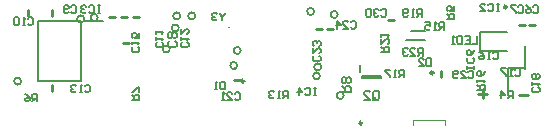
<source format=gbo>
G04*
G04 #@! TF.GenerationSoftware,Altium Limited,Altium Designer,20.0.13 (296)*
G04*
G04 Layer_Color=65280*
%FSAX25Y25*%
%MOIN*%
G70*
G01*
G75*
%ADD10C,0.00394*%
%ADD11C,0.00984*%
%ADD12C,0.01000*%
%ADD13C,0.00787*%
%ADD15C,0.00600*%
%ADD16C,0.00500*%
%ADD106C,0.00512*%
D10*
X0095831Y0142756D02*
G03*
X0096224Y0142756I0000197J0000000D01*
G01*
D02*
G03*
X0095831Y0142756I-0000197J0000000D01*
G01*
X0157197Y0110189D02*
Y0111764D01*
X0168024D01*
X0168024Y0110189D02*
Y0111764D01*
D11*
X0164114Y0127535D02*
G03*
X0164114Y0127535I-0000492J0000000D01*
G01*
X0188492Y0149500D02*
G03*
X0188492Y0149500I-0000492J0000000D01*
G01*
X0101028Y0124768D02*
G03*
X0101028Y0124768I-0000492J0000000D01*
G01*
D12*
X0140314Y0110780D02*
G03*
X0140314Y0110780I-0000440J0000000D01*
G01*
X0166499Y0126000D02*
Y0128000D01*
X0149000Y0144999D02*
X0151000D01*
X0180500Y0119000D02*
Y0122000D01*
X0192500Y0120000D02*
X0195500D01*
X0179000Y0120500D02*
X0182000D01*
X0196000Y0143499D02*
X0198000D01*
X0125000Y0141999D02*
X0127000D01*
X0128500Y0142001D02*
X0130500D01*
X0097500Y0124999D02*
X0099500D01*
X0060500Y0137499D02*
X0062500D01*
X0064000Y0146001D02*
X0066000D01*
X0060000Y0145999D02*
X0062000D01*
X0056000Y0146001D02*
X0058000D01*
X0037001Y0146500D02*
Y0148500D01*
X0029001Y0146500D02*
Y0148500D01*
X0036999Y0121500D02*
Y0123500D01*
X0192500Y0143499D02*
X0194500D01*
D13*
X0097866Y0128606D02*
G03*
X0097866Y0129394I0000000J0000394D01*
G01*
D02*
G03*
X0097866Y0128606I0000000J-0000394D01*
G01*
X0139602Y0127693D02*
Y0130232D01*
X0140350Y0126315D02*
X0146650D01*
Y0125685D02*
Y0126315D01*
X0140350Y0125685D02*
X0146650D01*
X0140350D02*
Y0126315D01*
X0179445Y0141248D02*
X0188500D01*
X0179445Y0134752D02*
Y0141248D01*
Y0134752D02*
X0188500D01*
X0154787Y0138425D02*
X0161362D01*
X0156638Y0141575D02*
X0161362D01*
X0032150Y0144665D02*
X0046716D01*
X0032150Y0124980D02*
Y0144665D01*
Y0124980D02*
X0046716D01*
Y0144665D01*
X0048094Y0144764D02*
X0053902D01*
D15*
X0144000Y0119000D02*
Y0121000D01*
X0144500Y0121500D01*
X0145499D01*
X0145999Y0121000D01*
Y0119000D01*
X0145499Y0118500D01*
X0144500D01*
X0145000Y0119500D02*
X0144000Y0118500D01*
X0144500D02*
X0144000Y0119000D01*
X0141001Y0118500D02*
X0143000D01*
X0141001Y0120500D01*
Y0121000D01*
X0141501Y0121500D01*
X0142500D01*
X0143000Y0121000D01*
X0133501Y0121001D02*
X0136500D01*
Y0122500D01*
X0136000Y0123000D01*
X0135000D01*
X0134500Y0122500D01*
Y0121001D01*
Y0122001D02*
X0133501Y0123000D01*
X0136000Y0124000D02*
X0136500Y0124500D01*
Y0125499D01*
X0136000Y0125999D01*
X0135500D01*
X0135000Y0125499D01*
X0134500Y0125999D01*
X0134000D01*
X0133501Y0125499D01*
Y0124500D01*
X0134000Y0124000D01*
X0134500D01*
X0135000Y0124500D01*
X0135500Y0124000D01*
X0136000D01*
X0135000Y0124500D02*
Y0125499D01*
X0077999Y0137999D02*
X0078499Y0137499D01*
Y0136500D01*
X0077999Y0136000D01*
X0076000D01*
X0075500Y0136500D01*
Y0137499D01*
X0076000Y0137999D01*
X0077999Y0138999D02*
X0078499Y0139499D01*
Y0140499D01*
X0077999Y0140998D01*
X0077499D01*
X0076999Y0140499D01*
X0076500Y0140998D01*
X0076000D01*
X0075500Y0140499D01*
Y0139499D01*
X0076000Y0138999D01*
X0076500D01*
X0076999Y0139499D01*
X0077499Y0138999D01*
X0077999D01*
X0076999Y0139499D02*
Y0140499D01*
X0063500Y0118500D02*
X0065999D01*
Y0119750D01*
X0065583Y0120166D01*
X0064750D01*
X0064333Y0119750D01*
Y0118500D01*
Y0119333D02*
X0063500Y0120166D01*
X0065999Y0120999D02*
Y0122665D01*
X0065583D01*
X0063916Y0120999D01*
X0063500D01*
D16*
X0189000Y0129000D02*
X0194500D01*
X0189000Y0121873D02*
Y0129000D01*
X0194500Y0128963D02*
Y0136373D01*
X0178665Y0139750D02*
Y0137250D01*
X0176999D01*
X0174500Y0139750D02*
X0176166D01*
Y0137250D01*
X0174500D01*
X0176166Y0138500D02*
X0175333D01*
X0173667Y0139750D02*
Y0137250D01*
X0172417D01*
X0172001Y0137667D01*
Y0139333D01*
X0172417Y0139750D01*
X0173667D01*
X0171168Y0137250D02*
X0170335D01*
X0170751D01*
Y0139750D01*
X0171168Y0139333D01*
X0163292Y0132366D02*
Y0129867D01*
X0162042D01*
X0161626Y0130283D01*
Y0131949D01*
X0162042Y0132366D01*
X0163292D01*
X0159126Y0129867D02*
X0160792D01*
X0159126Y0131533D01*
Y0131949D01*
X0159543Y0132366D01*
X0160376D01*
X0160792Y0131949D01*
X0167666Y0141844D02*
Y0144343D01*
X0166417D01*
X0166000Y0143926D01*
Y0143093D01*
X0166417Y0142677D01*
X0167666D01*
X0166833D02*
X0166000Y0141844D01*
X0165167D02*
X0164334D01*
X0164750D01*
Y0144343D01*
X0165167Y0143926D01*
X0161418Y0144343D02*
X0163084D01*
Y0143093D01*
X0162251Y0143510D01*
X0161835D01*
X0161418Y0143093D01*
Y0142260D01*
X0161835Y0141844D01*
X0162668D01*
X0163084Y0142260D01*
X0154124Y0126123D02*
Y0128623D01*
X0152874D01*
X0152458Y0128206D01*
Y0127373D01*
X0152874Y0126956D01*
X0154124D01*
X0153291D02*
X0152458Y0126123D01*
X0151625D02*
X0150792D01*
X0151208D01*
Y0128623D01*
X0151625Y0128206D01*
X0149542Y0128623D02*
X0147876D01*
Y0128206D01*
X0149542Y0126540D01*
Y0126123D01*
X0160124Y0146250D02*
Y0148750D01*
X0158874D01*
X0158458Y0148333D01*
Y0147500D01*
X0158874Y0147083D01*
X0160124D01*
X0159291D02*
X0158458Y0146250D01*
X0157625D02*
X0156792D01*
X0157208D01*
Y0148750D01*
X0157625Y0148333D01*
X0155542Y0146667D02*
X0155126Y0146250D01*
X0154293D01*
X0153876Y0146667D01*
Y0148333D01*
X0154293Y0148750D01*
X0155126D01*
X0155542Y0148333D01*
Y0147916D01*
X0155126Y0147500D01*
X0153876D01*
X0146750Y0134584D02*
X0149250D01*
Y0135834D01*
X0148833Y0136250D01*
X0148000D01*
X0147583Y0135834D01*
Y0134584D01*
Y0135417D02*
X0146750Y0136250D01*
Y0138750D02*
Y0137083D01*
X0148416Y0138750D01*
X0148833D01*
X0149250Y0138333D01*
Y0137500D01*
X0148833Y0137083D01*
X0146750Y0139583D02*
Y0140416D01*
Y0139999D01*
X0149250D01*
X0148833Y0139583D01*
X0160542Y0133250D02*
Y0135750D01*
X0159292D01*
X0158876Y0135333D01*
Y0134500D01*
X0159292Y0134083D01*
X0160542D01*
X0159709D02*
X0158876Y0133250D01*
X0156376D02*
X0158043D01*
X0156376Y0134916D01*
Y0135333D01*
X0156793Y0135750D01*
X0157626D01*
X0158043Y0135333D01*
X0155543D02*
X0155127Y0135750D01*
X0154294D01*
X0153877Y0135333D01*
Y0134916D01*
X0154294Y0134500D01*
X0154710D01*
X0154294D01*
X0153877Y0134083D01*
Y0133667D01*
X0154294Y0133250D01*
X0155127D01*
X0155543Y0133667D01*
X0177750Y0128876D02*
Y0129709D01*
Y0129293D01*
X0175250D01*
Y0128876D01*
Y0129709D01*
X0177333Y0132625D02*
X0177750Y0132208D01*
Y0131375D01*
X0177333Y0130959D01*
X0175667D01*
X0175250Y0131375D01*
Y0132208D01*
X0175667Y0132625D01*
X0177750Y0135124D02*
X0177333Y0134291D01*
X0176500Y0133458D01*
X0175667D01*
X0175250Y0133874D01*
Y0134707D01*
X0175667Y0135124D01*
X0176084D01*
X0176500Y0134707D01*
Y0133458D01*
X0175666Y0127833D02*
X0176083Y0128250D01*
X0176916D01*
X0177332Y0127833D01*
Y0126167D01*
X0176916Y0125750D01*
X0176083D01*
X0175666Y0126167D01*
X0173167Y0125750D02*
X0174833D01*
X0173167Y0127417D01*
Y0127833D01*
X0173583Y0128250D01*
X0174416D01*
X0174833Y0127833D01*
X0172334Y0126167D02*
X0171917Y0125750D01*
X0171084D01*
X0170668Y0126167D01*
Y0127833D01*
X0171084Y0128250D01*
X0171917D01*
X0172334Y0127833D01*
Y0127417D01*
X0171917Y0127000D01*
X0170668D01*
X0146666Y0148333D02*
X0147083Y0148750D01*
X0147916D01*
X0148332Y0148333D01*
Y0146667D01*
X0147916Y0146250D01*
X0147083D01*
X0146666Y0146667D01*
X0145833Y0148333D02*
X0145416Y0148750D01*
X0144583D01*
X0144167Y0148333D01*
Y0147916D01*
X0144583Y0147500D01*
X0145000D01*
X0144583D01*
X0144167Y0147083D01*
Y0146667D01*
X0144583Y0146250D01*
X0145416D01*
X0145833Y0146667D01*
X0143334Y0148333D02*
X0142917Y0148750D01*
X0142084D01*
X0141668Y0148333D01*
Y0146667D01*
X0142084Y0146250D01*
X0142917D01*
X0143334Y0146667D01*
Y0148333D01*
X0178750Y0121876D02*
X0181250D01*
Y0123126D01*
X0180833Y0123542D01*
X0180000D01*
X0179584Y0123126D01*
Y0121876D01*
Y0122709D02*
X0178750Y0123542D01*
Y0124375D02*
Y0125208D01*
Y0124792D01*
X0181250D01*
X0180833Y0124375D01*
X0181250Y0128124D02*
X0180833Y0127291D01*
X0180000Y0126458D01*
X0179167D01*
X0178750Y0126874D01*
Y0127708D01*
X0179167Y0128124D01*
X0179584D01*
X0180000Y0127708D01*
Y0126458D01*
X0094500Y0147499D02*
Y0147083D01*
X0093667Y0146250D01*
X0092834Y0147083D01*
Y0147499D01*
X0093667Y0146250D02*
Y0145000D01*
X0092001Y0147083D02*
X0091584Y0147499D01*
X0090751D01*
X0090335Y0147083D01*
Y0146666D01*
X0090751Y0146250D01*
X0091168D01*
X0090751D01*
X0090335Y0145833D01*
Y0145416D01*
X0090751Y0145000D01*
X0091584D01*
X0092001Y0145416D01*
X0115500Y0119000D02*
Y0121499D01*
X0114250D01*
X0113834Y0121083D01*
Y0120250D01*
X0114250Y0119833D01*
X0115500D01*
X0114667D02*
X0113834Y0119000D01*
X0113001D02*
X0112168D01*
X0112584D01*
Y0121499D01*
X0113001Y0121083D01*
X0110918D02*
X0110502Y0121499D01*
X0109669D01*
X0109252Y0121083D01*
Y0120666D01*
X0109669Y0120250D01*
X0110085D01*
X0109669D01*
X0109252Y0119833D01*
Y0119416D01*
X0109669Y0119000D01*
X0110502D01*
X0110918Y0119416D01*
X0097834Y0120583D02*
X0098250Y0120999D01*
X0099084D01*
X0099500Y0120583D01*
Y0118916D01*
X0099084Y0118500D01*
X0098250D01*
X0097834Y0118916D01*
X0095335Y0118500D02*
X0097001D01*
X0095335Y0120166D01*
Y0120583D01*
X0095751Y0120999D01*
X0096584D01*
X0097001Y0120583D01*
X0094502Y0118500D02*
X0093669D01*
X0094085D01*
Y0120999D01*
X0094502Y0120583D01*
X0136466Y0144375D02*
X0136882Y0144791D01*
X0137715D01*
X0138132Y0144375D01*
Y0142709D01*
X0137715Y0142292D01*
X0136882D01*
X0136466Y0142709D01*
X0133966Y0142292D02*
X0135632D01*
X0133966Y0143958D01*
Y0144375D01*
X0134383Y0144791D01*
X0135216D01*
X0135632Y0144375D01*
X0131884Y0142292D02*
Y0144791D01*
X0133133Y0143542D01*
X0131467D01*
X0126083Y0133166D02*
X0126499Y0132750D01*
Y0131916D01*
X0126083Y0131500D01*
X0124416D01*
X0124000Y0131916D01*
Y0132750D01*
X0124416Y0133166D01*
X0124000Y0135665D02*
Y0133999D01*
X0125666Y0135665D01*
X0126083D01*
X0126499Y0135249D01*
Y0134416D01*
X0126083Y0133999D01*
Y0136498D02*
X0126499Y0136915D01*
Y0137748D01*
X0126083Y0138164D01*
X0125666D01*
X0125250Y0137748D01*
Y0137331D01*
Y0137748D01*
X0124833Y0138164D01*
X0124416D01*
X0124000Y0137748D01*
Y0136915D01*
X0124416Y0136498D01*
X0125000Y0122499D02*
X0124167D01*
X0124583D01*
Y0120000D01*
X0125000D01*
X0124167D01*
X0121251Y0122083D02*
X0121668Y0122499D01*
X0122501D01*
X0122917Y0122083D01*
Y0120416D01*
X0122501Y0120000D01*
X0121668D01*
X0121251Y0120416D01*
X0119169Y0120000D02*
Y0122499D01*
X0120418Y0121250D01*
X0118752D01*
X0197334Y0149583D02*
X0197750Y0149999D01*
X0198583D01*
X0199000Y0149583D01*
Y0147916D01*
X0198583Y0147500D01*
X0197750D01*
X0197334Y0147916D01*
X0194835Y0149999D02*
X0195668Y0149583D01*
X0196501Y0148750D01*
Y0147916D01*
X0196084Y0147500D01*
X0195251D01*
X0194835Y0147916D01*
Y0148333D01*
X0195251Y0148750D01*
X0196501D01*
X0094500Y0124499D02*
Y0122000D01*
X0093250D01*
X0092834Y0122416D01*
Y0124083D01*
X0093250Y0124499D01*
X0094500D01*
X0092001Y0122000D02*
X0091168D01*
X0091584D01*
Y0124499D01*
X0092001Y0124083D01*
X0199083Y0122666D02*
X0199499Y0122250D01*
Y0121416D01*
X0199083Y0121000D01*
X0197416D01*
X0197000Y0121416D01*
Y0122250D01*
X0197416Y0122666D01*
X0197000Y0123499D02*
Y0124332D01*
Y0123916D01*
X0199499D01*
X0199083Y0123499D01*
Y0125582D02*
X0199499Y0125998D01*
Y0126831D01*
X0199083Y0127248D01*
X0198666D01*
X0198250Y0126831D01*
X0197833Y0127248D01*
X0197416D01*
X0197000Y0126831D01*
Y0125998D01*
X0197416Y0125582D01*
X0197833D01*
X0198250Y0125998D01*
X0198666Y0125582D01*
X0199083D01*
X0198250Y0125998D02*
Y0126831D01*
X0191334Y0128583D02*
X0191750Y0128999D01*
X0192584D01*
X0193000Y0128583D01*
Y0126917D01*
X0192584Y0126500D01*
X0191750D01*
X0191334Y0126917D01*
X0190501Y0126500D02*
X0189668D01*
X0190084D01*
Y0128999D01*
X0190501Y0128583D01*
X0188418Y0128999D02*
X0186752D01*
Y0128583D01*
X0188418Y0126917D01*
Y0126500D01*
X0183928Y0134083D02*
X0184345Y0134499D01*
X0185178D01*
X0185594Y0134083D01*
Y0132416D01*
X0185178Y0132000D01*
X0184345D01*
X0183928Y0132416D01*
X0183095Y0132000D02*
X0182262D01*
X0182679D01*
Y0134499D01*
X0183095Y0134083D01*
X0179347Y0134499D02*
X0180180Y0134083D01*
X0181013Y0133250D01*
Y0132416D01*
X0180596Y0132000D01*
X0179763D01*
X0179347Y0132416D01*
Y0132833D01*
X0179763Y0133250D01*
X0181013D01*
X0065583Y0136166D02*
X0065999Y0135750D01*
Y0134916D01*
X0065583Y0134500D01*
X0063916D01*
X0063500Y0134916D01*
Y0135750D01*
X0063916Y0136166D01*
X0063500Y0136999D02*
Y0137832D01*
Y0137416D01*
X0065999D01*
X0065583Y0136999D01*
X0065999Y0140748D02*
Y0139082D01*
X0064750D01*
X0065166Y0139915D01*
Y0140331D01*
X0064750Y0140748D01*
X0063916D01*
X0063500Y0140331D01*
Y0139498D01*
X0063916Y0139082D01*
X0028834Y0145583D02*
X0029250Y0145999D01*
X0030084D01*
X0030500Y0145583D01*
Y0143916D01*
X0030084Y0143500D01*
X0029250D01*
X0028834Y0143916D01*
X0028001Y0143500D02*
X0027168D01*
X0027584D01*
Y0145999D01*
X0028001Y0145583D01*
X0025918D02*
X0025502Y0145999D01*
X0024668D01*
X0024252Y0145583D01*
Y0143916D01*
X0024668Y0143500D01*
X0025502D01*
X0025918Y0143916D01*
Y0145583D01*
X0043334Y0149583D02*
X0043750Y0149999D01*
X0044583D01*
X0045000Y0149583D01*
Y0147916D01*
X0044583Y0147500D01*
X0043750D01*
X0043334Y0147916D01*
X0042501D02*
X0042084Y0147500D01*
X0041251D01*
X0040835Y0147916D01*
Y0149583D01*
X0041251Y0149999D01*
X0042084D01*
X0042501Y0149583D01*
Y0149166D01*
X0042084Y0148750D01*
X0040835D01*
X0073583Y0137666D02*
X0073999Y0137250D01*
Y0136416D01*
X0073583Y0136000D01*
X0071917D01*
X0071500Y0136416D01*
Y0137250D01*
X0071917Y0137666D01*
X0071500Y0138499D02*
Y0139332D01*
Y0138916D01*
X0073999D01*
X0073583Y0138499D01*
X0071500Y0140582D02*
Y0141415D01*
Y0140998D01*
X0073999D01*
X0073583Y0140582D01*
X0082083Y0137666D02*
X0082499Y0137250D01*
Y0136416D01*
X0082083Y0136000D01*
X0080417D01*
X0080000Y0136416D01*
Y0137250D01*
X0080417Y0137666D01*
X0080000Y0138499D02*
Y0139332D01*
Y0138916D01*
X0082499D01*
X0082083Y0138499D01*
X0080000Y0142248D02*
Y0140582D01*
X0081666Y0142248D01*
X0082083D01*
X0082499Y0141831D01*
Y0140998D01*
X0082083Y0140582D01*
X0047834Y0123083D02*
X0048250Y0123499D01*
X0049084D01*
X0049500Y0123083D01*
Y0121416D01*
X0049084Y0121000D01*
X0048250D01*
X0047834Y0121416D01*
X0047001Y0121000D02*
X0046168D01*
X0046584D01*
Y0123499D01*
X0047001Y0123083D01*
X0044918D02*
X0044502Y0123499D01*
X0043668D01*
X0043252Y0123083D01*
Y0122666D01*
X0043668Y0122250D01*
X0044085D01*
X0043668D01*
X0043252Y0121833D01*
Y0121416D01*
X0043668Y0121000D01*
X0044502D01*
X0044918Y0121416D01*
X0168500Y0145500D02*
X0170999D01*
Y0146750D01*
X0170583Y0147166D01*
X0169750D01*
X0169333Y0146750D01*
Y0145500D01*
Y0146333D02*
X0168500Y0147166D01*
X0170999Y0149665D02*
Y0147999D01*
X0169750D01*
X0170166Y0148832D01*
Y0149249D01*
X0169750Y0149665D01*
X0168916D01*
X0168500Y0149249D01*
Y0148416D01*
X0168916Y0147999D01*
X0190500Y0119047D02*
Y0121546D01*
X0189250D01*
X0188834Y0121130D01*
Y0120297D01*
X0189250Y0119880D01*
X0190500D01*
X0189667D02*
X0188834Y0119047D01*
X0186751D02*
Y0121546D01*
X0188001Y0120297D01*
X0186335D01*
X0032000Y0118000D02*
Y0120499D01*
X0030750D01*
X0030334Y0120083D01*
Y0119250D01*
X0030750Y0118833D01*
X0032000D01*
X0031167D02*
X0030334Y0118000D01*
X0027835Y0120499D02*
X0028668Y0120083D01*
X0029501Y0119250D01*
Y0118417D01*
X0029084Y0118000D01*
X0028251D01*
X0027835Y0118417D01*
Y0118833D01*
X0028251Y0119250D01*
X0029501D01*
X0186000Y0150499D02*
X0185167D01*
X0185583D01*
Y0148000D01*
X0186000D01*
X0185167D01*
X0182251Y0150083D02*
X0182668Y0150499D01*
X0183501D01*
X0183917Y0150083D01*
Y0148416D01*
X0183501Y0148000D01*
X0182668D01*
X0182251Y0148416D01*
X0179752Y0148000D02*
X0181418D01*
X0179752Y0149666D01*
Y0150083D01*
X0180169Y0150499D01*
X0181002D01*
X0181418Y0150083D01*
X0053000Y0149999D02*
X0052167D01*
X0052583D01*
Y0147500D01*
X0053000D01*
X0052167D01*
X0049251Y0149583D02*
X0049668Y0149999D01*
X0050501D01*
X0050917Y0149583D01*
Y0147916D01*
X0050501Y0147500D01*
X0049668D01*
X0049251Y0147916D01*
X0048418Y0149583D02*
X0048002Y0149999D01*
X0047168D01*
X0046752Y0149583D01*
Y0149166D01*
X0047168Y0148750D01*
X0047585D01*
X0047168D01*
X0046752Y0148333D01*
Y0147916D01*
X0047168Y0147500D01*
X0048002D01*
X0048418Y0147916D01*
X0192334Y0149583D02*
X0192750Y0149999D01*
X0193584D01*
X0194000Y0149583D01*
Y0147916D01*
X0193584Y0147500D01*
X0192750D01*
X0192334Y0147916D01*
X0191501Y0149999D02*
X0189835D01*
Y0149583D01*
X0191501Y0147916D01*
Y0147500D01*
D106*
X0084681Y0146500D02*
G03*
X0084681Y0146500I-0001181J0000000D01*
G01*
X0076181Y0135500D02*
G03*
X0076181Y0135500I-0001181J0000000D01*
G01*
X0098681Y0130000D02*
G03*
X0098681Y0130000I-0001181J0000000D01*
G01*
X0079181Y0142500D02*
G03*
X0079181Y0142500I-0001181J0000000D01*
G01*
X0047681Y0145500D02*
G03*
X0047681Y0145500I-0001181J0000000D01*
G01*
X0052181Y0146000D02*
G03*
X0052181Y0146000I-0001181J0000000D01*
G01*
X0124329Y0148000D02*
G03*
X0124329Y0148000I-0001181J0000000D01*
G01*
X0026673Y0124732D02*
G03*
X0026673Y0124732I-0001181J0000000D01*
G01*
X0079681Y0146500D02*
G03*
X0079681Y0146500I-0001181J0000000D01*
G01*
X0132181Y0147000D02*
G03*
X0132181Y0147000I-0001181J0000000D01*
G01*
X0126291Y0126500D02*
G03*
X0126291Y0126500I-0001181J0000000D01*
G01*
X0126681Y0129500D02*
G03*
X0126681Y0129500I-0001181J0000000D01*
G01*
X0099816Y0134983D02*
G03*
X0099816Y0134983I-0001181J0000000D01*
G01*
X0134181Y0120000D02*
G03*
X0134181Y0120000I-0001181J0000000D01*
G01*
M02*

</source>
